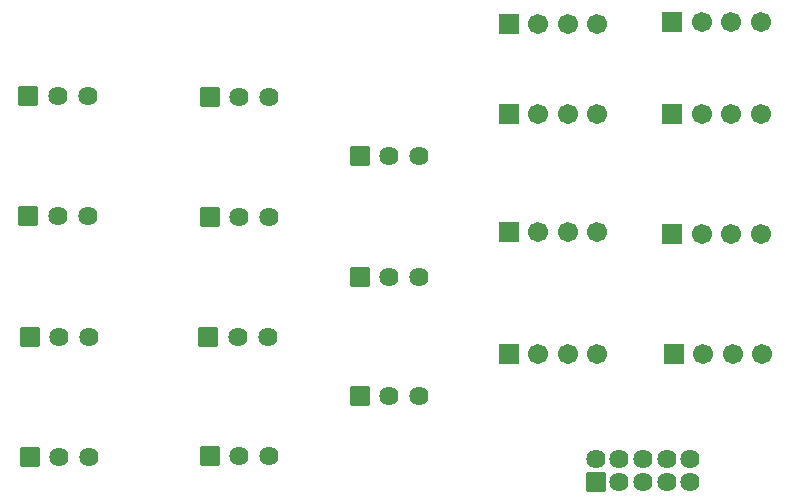
<source format=gbs>
G04 Layer: BottomSolderMaskLayer*
G04 EasyEDA v6.5.51, 2026-01-30 13:44:17*
G04 92297e22193845c58655d16a6a8cf733,4a48564a065a4812aa16136ba7ac55d9,10*
G04 Gerber Generator version 0.2*
G04 Scale: 100 percent, Rotated: No, Reflected: No *
G04 Dimensions in millimeters *
G04 leading zeros omitted , absolute positions ,4 integer and 5 decimal *
%FSLAX45Y45*%
%MOMM*%

%AMMACRO1*4,1,8,-0.8211,-0.8508,-0.8508,-0.821,-0.8508,0.8211,-0.8211,0.8508,0.821,0.8508,0.8508,0.8211,0.8508,-0.821,0.821,-0.8508,-0.8211,-0.8508,0*%
%AMMACRO2*4,1,8,-0.7831,-0.8128,-0.8128,-0.783,-0.8128,0.7831,-0.7831,0.8128,0.783,0.8128,0.8128,0.7831,0.8128,-0.783,0.783,-0.8128,-0.7831,-0.8128,0*%
%ADD10C,1.7016*%
%ADD11MACRO1*%
%ADD12MACRO2*%
%ADD13C,1.6256*%
%ADD14C,0.0100*%

%LPD*%
D10*
G01*
X8122005Y11938000D03*
G01*
X7871993Y11938000D03*
G01*
X7622006Y11938000D03*
D11*
G01*
X7371999Y11937989D03*
D10*
G01*
X8122005Y11176000D03*
G01*
X7871993Y11176000D03*
G01*
X7622006Y11176000D03*
D11*
G01*
X7371999Y11175989D03*
D10*
G01*
X8122005Y10172700D03*
G01*
X7871993Y10172700D03*
G01*
X7622006Y10172700D03*
D11*
G01*
X7371999Y10172689D03*
D10*
G01*
X8122005Y9144000D03*
G01*
X7871993Y9144000D03*
G01*
X7622006Y9144000D03*
D11*
G01*
X7371999Y9143989D03*
D10*
G01*
X9506305Y11950700D03*
G01*
X9256293Y11950700D03*
G01*
X9006306Y11950700D03*
D11*
G01*
X8756299Y11950689D03*
D10*
G01*
X9506305Y11176000D03*
G01*
X9256293Y11176000D03*
G01*
X9006306Y11176000D03*
D11*
G01*
X8756299Y11175989D03*
D10*
G01*
X9506305Y10160000D03*
G01*
X9256293Y10160000D03*
G01*
X9006306Y10160000D03*
D11*
G01*
X8756299Y10159989D03*
D10*
G01*
X9519005Y9144000D03*
G01*
X9268993Y9144000D03*
G01*
X9019006Y9144000D03*
D11*
G01*
X8768999Y9143989D03*
D12*
G01*
X8108950Y8053450D03*
D13*
G01*
X8308847Y8053451D03*
G01*
X8509000Y8053451D03*
G01*
X8708897Y8053451D03*
G01*
X8909050Y8053451D03*
G01*
X8909050Y8253348D03*
G01*
X8708897Y8253348D03*
G01*
X8509000Y8253348D03*
G01*
X8308847Y8253348D03*
G01*
X8108950Y8253348D03*
D12*
G01*
X3305987Y11328400D03*
D13*
G01*
X3555987Y11328400D03*
G01*
X3805999Y11328400D03*
D12*
G01*
X3305987Y10312400D03*
D13*
G01*
X3555987Y10312400D03*
G01*
X3805999Y10312400D03*
D12*
G01*
X3318687Y9283700D03*
D13*
G01*
X3568687Y9283700D03*
G01*
X3818699Y9283700D03*
D12*
G01*
X3318687Y8267700D03*
D13*
G01*
X3568687Y8267700D03*
G01*
X3818699Y8267700D03*
D12*
G01*
X4842687Y11315700D03*
D13*
G01*
X5092687Y11315700D03*
G01*
X5342699Y11315700D03*
D12*
G01*
X4842687Y10299700D03*
D13*
G01*
X5092687Y10299700D03*
G01*
X5342699Y10299700D03*
D12*
G01*
X4829987Y9283700D03*
D13*
G01*
X5079987Y9283700D03*
G01*
X5329999Y9283700D03*
D12*
G01*
X4842687Y8280400D03*
D13*
G01*
X5092687Y8280400D03*
G01*
X5342699Y8280400D03*
D12*
G01*
X6112687Y10820400D03*
D13*
G01*
X6362687Y10820400D03*
G01*
X6612699Y10820400D03*
D12*
G01*
X6112687Y9791700D03*
D13*
G01*
X6362687Y9791700D03*
G01*
X6612699Y9791700D03*
D12*
G01*
X6112687Y8788400D03*
D13*
G01*
X6362687Y8788400D03*
G01*
X6612699Y8788400D03*
M02*

</source>
